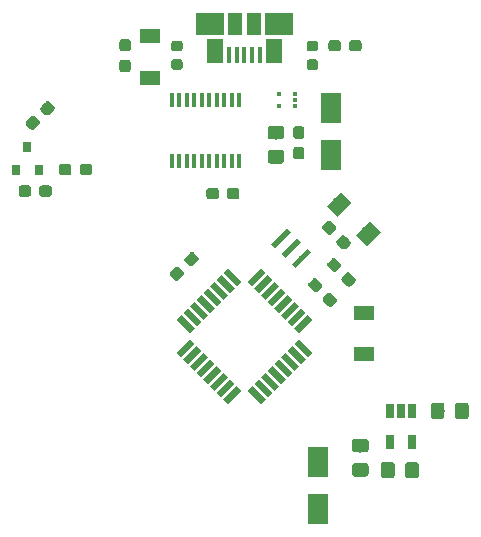
<source format=gbr>
G04 #@! TF.GenerationSoftware,KiCad,Pcbnew,(5.1.0)-1*
G04 #@! TF.CreationDate,2019-06-25T19:20:06-03:00*
G04 #@! TF.ProjectId,PCB_D,5043425f-442e-46b6-9963-61645f706362,rev?*
G04 #@! TF.SameCoordinates,Original*
G04 #@! TF.FileFunction,Paste,Top*
G04 #@! TF.FilePolarity,Positive*
%FSLAX46Y46*%
G04 Gerber Fmt 4.6, Leading zero omitted, Abs format (unit mm)*
G04 Created by KiCad (PCBNEW (5.1.0)-1) date 2019-06-25 19:20:06*
%MOMM*%
%LPD*%
G04 APERTURE LIST*
%ADD10R,0.650000X1.220000*%
%ADD11C,0.100000*%
%ADD12C,1.150000*%
%ADD13R,1.800000X2.500000*%
%ADD14R,1.175000X1.900000*%
%ADD15R,2.375000X1.900000*%
%ADD16R,1.475000X2.100000*%
%ADD17R,0.450000X1.380000*%
%ADD18R,1.700000X1.300000*%
%ADD19R,0.400000X1.200000*%
%ADD20C,1.300000*%
%ADD21R,0.450000X0.300000*%
%ADD22C,0.950000*%
%ADD23C,0.875000*%
%ADD24C,0.550000*%
%ADD25C,0.400000*%
%ADD26R,0.800000X0.900000*%
G04 APERTURE END LIST*
D10*
X14208800Y-13756000D03*
X12308800Y-13756000D03*
X12308800Y-11136000D03*
X13258800Y-11136000D03*
X14208800Y-11136000D03*
D11*
G36*
X12481705Y-15455604D02*
G01*
X12505973Y-15459204D01*
X12529772Y-15465165D01*
X12552871Y-15473430D01*
X12575050Y-15483920D01*
X12596093Y-15496532D01*
X12615799Y-15511147D01*
X12633977Y-15527623D01*
X12650453Y-15545801D01*
X12665068Y-15565507D01*
X12677680Y-15586550D01*
X12688170Y-15608729D01*
X12696435Y-15631828D01*
X12702396Y-15655627D01*
X12705996Y-15679895D01*
X12707200Y-15704399D01*
X12707200Y-16604401D01*
X12705996Y-16628905D01*
X12702396Y-16653173D01*
X12696435Y-16676972D01*
X12688170Y-16700071D01*
X12677680Y-16722250D01*
X12665068Y-16743293D01*
X12650453Y-16762999D01*
X12633977Y-16781177D01*
X12615799Y-16797653D01*
X12596093Y-16812268D01*
X12575050Y-16824880D01*
X12552871Y-16835370D01*
X12529772Y-16843635D01*
X12505973Y-16849596D01*
X12481705Y-16853196D01*
X12457201Y-16854400D01*
X11807199Y-16854400D01*
X11782695Y-16853196D01*
X11758427Y-16849596D01*
X11734628Y-16843635D01*
X11711529Y-16835370D01*
X11689350Y-16824880D01*
X11668307Y-16812268D01*
X11648601Y-16797653D01*
X11630423Y-16781177D01*
X11613947Y-16762999D01*
X11599332Y-16743293D01*
X11586720Y-16722250D01*
X11576230Y-16700071D01*
X11567965Y-16676972D01*
X11562004Y-16653173D01*
X11558404Y-16628905D01*
X11557200Y-16604401D01*
X11557200Y-15704399D01*
X11558404Y-15679895D01*
X11562004Y-15655627D01*
X11567965Y-15631828D01*
X11576230Y-15608729D01*
X11586720Y-15586550D01*
X11599332Y-15565507D01*
X11613947Y-15545801D01*
X11630423Y-15527623D01*
X11648601Y-15511147D01*
X11668307Y-15496532D01*
X11689350Y-15483920D01*
X11711529Y-15473430D01*
X11734628Y-15465165D01*
X11758427Y-15459204D01*
X11782695Y-15455604D01*
X11807199Y-15454400D01*
X12457201Y-15454400D01*
X12481705Y-15455604D01*
X12481705Y-15455604D01*
G37*
D12*
X12132200Y-16154400D03*
D11*
G36*
X14531705Y-15455604D02*
G01*
X14555973Y-15459204D01*
X14579772Y-15465165D01*
X14602871Y-15473430D01*
X14625050Y-15483920D01*
X14646093Y-15496532D01*
X14665799Y-15511147D01*
X14683977Y-15527623D01*
X14700453Y-15545801D01*
X14715068Y-15565507D01*
X14727680Y-15586550D01*
X14738170Y-15608729D01*
X14746435Y-15631828D01*
X14752396Y-15655627D01*
X14755996Y-15679895D01*
X14757200Y-15704399D01*
X14757200Y-16604401D01*
X14755996Y-16628905D01*
X14752396Y-16653173D01*
X14746435Y-16676972D01*
X14738170Y-16700071D01*
X14727680Y-16722250D01*
X14715068Y-16743293D01*
X14700453Y-16762999D01*
X14683977Y-16781177D01*
X14665799Y-16797653D01*
X14646093Y-16812268D01*
X14625050Y-16824880D01*
X14602871Y-16835370D01*
X14579772Y-16843635D01*
X14555973Y-16849596D01*
X14531705Y-16853196D01*
X14507201Y-16854400D01*
X13857199Y-16854400D01*
X13832695Y-16853196D01*
X13808427Y-16849596D01*
X13784628Y-16843635D01*
X13761529Y-16835370D01*
X13739350Y-16824880D01*
X13718307Y-16812268D01*
X13698601Y-16797653D01*
X13680423Y-16781177D01*
X13663947Y-16762999D01*
X13649332Y-16743293D01*
X13636720Y-16722250D01*
X13626230Y-16700071D01*
X13617965Y-16676972D01*
X13612004Y-16653173D01*
X13608404Y-16628905D01*
X13607200Y-16604401D01*
X13607200Y-15704399D01*
X13608404Y-15679895D01*
X13612004Y-15655627D01*
X13617965Y-15631828D01*
X13626230Y-15608729D01*
X13636720Y-15586550D01*
X13649332Y-15565507D01*
X13663947Y-15545801D01*
X13680423Y-15527623D01*
X13698601Y-15511147D01*
X13718307Y-15496532D01*
X13739350Y-15483920D01*
X13761529Y-15473430D01*
X13784628Y-15465165D01*
X13808427Y-15459204D01*
X13832695Y-15455604D01*
X13857199Y-15454400D01*
X14507201Y-15454400D01*
X14531705Y-15455604D01*
X14531705Y-15455604D01*
G37*
D12*
X14182200Y-16154400D03*
D13*
X6197600Y-19475200D03*
X6197600Y-15475200D03*
D11*
G36*
X10278905Y-15547804D02*
G01*
X10303173Y-15551404D01*
X10326972Y-15557365D01*
X10350071Y-15565630D01*
X10372250Y-15576120D01*
X10393293Y-15588732D01*
X10412999Y-15603347D01*
X10431177Y-15619823D01*
X10447653Y-15638001D01*
X10462268Y-15657707D01*
X10474880Y-15678750D01*
X10485370Y-15700929D01*
X10493635Y-15724028D01*
X10499596Y-15747827D01*
X10503196Y-15772095D01*
X10504400Y-15796599D01*
X10504400Y-16446601D01*
X10503196Y-16471105D01*
X10499596Y-16495373D01*
X10493635Y-16519172D01*
X10485370Y-16542271D01*
X10474880Y-16564450D01*
X10462268Y-16585493D01*
X10447653Y-16605199D01*
X10431177Y-16623377D01*
X10412999Y-16639853D01*
X10393293Y-16654468D01*
X10372250Y-16667080D01*
X10350071Y-16677570D01*
X10326972Y-16685835D01*
X10303173Y-16691796D01*
X10278905Y-16695396D01*
X10254401Y-16696600D01*
X9354399Y-16696600D01*
X9329895Y-16695396D01*
X9305627Y-16691796D01*
X9281828Y-16685835D01*
X9258729Y-16677570D01*
X9236550Y-16667080D01*
X9215507Y-16654468D01*
X9195801Y-16639853D01*
X9177623Y-16623377D01*
X9161147Y-16605199D01*
X9146532Y-16585493D01*
X9133920Y-16564450D01*
X9123430Y-16542271D01*
X9115165Y-16519172D01*
X9109204Y-16495373D01*
X9105604Y-16471105D01*
X9104400Y-16446601D01*
X9104400Y-15796599D01*
X9105604Y-15772095D01*
X9109204Y-15747827D01*
X9115165Y-15724028D01*
X9123430Y-15700929D01*
X9133920Y-15678750D01*
X9146532Y-15657707D01*
X9161147Y-15638001D01*
X9177623Y-15619823D01*
X9195801Y-15603347D01*
X9215507Y-15588732D01*
X9236550Y-15576120D01*
X9258729Y-15565630D01*
X9281828Y-15557365D01*
X9305627Y-15551404D01*
X9329895Y-15547804D01*
X9354399Y-15546600D01*
X10254401Y-15546600D01*
X10278905Y-15547804D01*
X10278905Y-15547804D01*
G37*
D12*
X9804400Y-16121600D03*
D11*
G36*
X10278905Y-13497804D02*
G01*
X10303173Y-13501404D01*
X10326972Y-13507365D01*
X10350071Y-13515630D01*
X10372250Y-13526120D01*
X10393293Y-13538732D01*
X10412999Y-13553347D01*
X10431177Y-13569823D01*
X10447653Y-13588001D01*
X10462268Y-13607707D01*
X10474880Y-13628750D01*
X10485370Y-13650929D01*
X10493635Y-13674028D01*
X10499596Y-13697827D01*
X10503196Y-13722095D01*
X10504400Y-13746599D01*
X10504400Y-14396601D01*
X10503196Y-14421105D01*
X10499596Y-14445373D01*
X10493635Y-14469172D01*
X10485370Y-14492271D01*
X10474880Y-14514450D01*
X10462268Y-14535493D01*
X10447653Y-14555199D01*
X10431177Y-14573377D01*
X10412999Y-14589853D01*
X10393293Y-14604468D01*
X10372250Y-14617080D01*
X10350071Y-14627570D01*
X10326972Y-14635835D01*
X10303173Y-14641796D01*
X10278905Y-14645396D01*
X10254401Y-14646600D01*
X9354399Y-14646600D01*
X9329895Y-14645396D01*
X9305627Y-14641796D01*
X9281828Y-14635835D01*
X9258729Y-14627570D01*
X9236550Y-14617080D01*
X9215507Y-14604468D01*
X9195801Y-14589853D01*
X9177623Y-14573377D01*
X9161147Y-14555199D01*
X9146532Y-14535493D01*
X9133920Y-14514450D01*
X9123430Y-14492271D01*
X9115165Y-14469172D01*
X9109204Y-14445373D01*
X9105604Y-14421105D01*
X9104400Y-14396601D01*
X9104400Y-13746599D01*
X9105604Y-13722095D01*
X9109204Y-13697827D01*
X9115165Y-13674028D01*
X9123430Y-13650929D01*
X9133920Y-13628750D01*
X9146532Y-13607707D01*
X9161147Y-13588001D01*
X9177623Y-13569823D01*
X9195801Y-13553347D01*
X9215507Y-13538732D01*
X9236550Y-13526120D01*
X9258729Y-13515630D01*
X9281828Y-13507365D01*
X9305627Y-13501404D01*
X9329895Y-13497804D01*
X9354399Y-13496600D01*
X10254401Y-13496600D01*
X10278905Y-13497804D01*
X10278905Y-13497804D01*
G37*
D12*
X9804400Y-14071600D03*
D11*
G36*
X16707105Y-10426404D02*
G01*
X16731373Y-10430004D01*
X16755172Y-10435965D01*
X16778271Y-10444230D01*
X16800450Y-10454720D01*
X16821493Y-10467332D01*
X16841199Y-10481947D01*
X16859377Y-10498423D01*
X16875853Y-10516601D01*
X16890468Y-10536307D01*
X16903080Y-10557350D01*
X16913570Y-10579529D01*
X16921835Y-10602628D01*
X16927796Y-10626427D01*
X16931396Y-10650695D01*
X16932600Y-10675199D01*
X16932600Y-11575201D01*
X16931396Y-11599705D01*
X16927796Y-11623973D01*
X16921835Y-11647772D01*
X16913570Y-11670871D01*
X16903080Y-11693050D01*
X16890468Y-11714093D01*
X16875853Y-11733799D01*
X16859377Y-11751977D01*
X16841199Y-11768453D01*
X16821493Y-11783068D01*
X16800450Y-11795680D01*
X16778271Y-11806170D01*
X16755172Y-11814435D01*
X16731373Y-11820396D01*
X16707105Y-11823996D01*
X16682601Y-11825200D01*
X16032599Y-11825200D01*
X16008095Y-11823996D01*
X15983827Y-11820396D01*
X15960028Y-11814435D01*
X15936929Y-11806170D01*
X15914750Y-11795680D01*
X15893707Y-11783068D01*
X15874001Y-11768453D01*
X15855823Y-11751977D01*
X15839347Y-11733799D01*
X15824732Y-11714093D01*
X15812120Y-11693050D01*
X15801630Y-11670871D01*
X15793365Y-11647772D01*
X15787404Y-11623973D01*
X15783804Y-11599705D01*
X15782600Y-11575201D01*
X15782600Y-10675199D01*
X15783804Y-10650695D01*
X15787404Y-10626427D01*
X15793365Y-10602628D01*
X15801630Y-10579529D01*
X15812120Y-10557350D01*
X15824732Y-10536307D01*
X15839347Y-10516601D01*
X15855823Y-10498423D01*
X15874001Y-10481947D01*
X15893707Y-10467332D01*
X15914750Y-10454720D01*
X15936929Y-10444230D01*
X15960028Y-10435965D01*
X15983827Y-10430004D01*
X16008095Y-10426404D01*
X16032599Y-10425200D01*
X16682601Y-10425200D01*
X16707105Y-10426404D01*
X16707105Y-10426404D01*
G37*
D12*
X16357600Y-11125200D03*
D11*
G36*
X18757105Y-10426404D02*
G01*
X18781373Y-10430004D01*
X18805172Y-10435965D01*
X18828271Y-10444230D01*
X18850450Y-10454720D01*
X18871493Y-10467332D01*
X18891199Y-10481947D01*
X18909377Y-10498423D01*
X18925853Y-10516601D01*
X18940468Y-10536307D01*
X18953080Y-10557350D01*
X18963570Y-10579529D01*
X18971835Y-10602628D01*
X18977796Y-10626427D01*
X18981396Y-10650695D01*
X18982600Y-10675199D01*
X18982600Y-11575201D01*
X18981396Y-11599705D01*
X18977796Y-11623973D01*
X18971835Y-11647772D01*
X18963570Y-11670871D01*
X18953080Y-11693050D01*
X18940468Y-11714093D01*
X18925853Y-11733799D01*
X18909377Y-11751977D01*
X18891199Y-11768453D01*
X18871493Y-11783068D01*
X18850450Y-11795680D01*
X18828271Y-11806170D01*
X18805172Y-11814435D01*
X18781373Y-11820396D01*
X18757105Y-11823996D01*
X18732601Y-11825200D01*
X18082599Y-11825200D01*
X18058095Y-11823996D01*
X18033827Y-11820396D01*
X18010028Y-11814435D01*
X17986929Y-11806170D01*
X17964750Y-11795680D01*
X17943707Y-11783068D01*
X17924001Y-11768453D01*
X17905823Y-11751977D01*
X17889347Y-11733799D01*
X17874732Y-11714093D01*
X17862120Y-11693050D01*
X17851630Y-11670871D01*
X17843365Y-11647772D01*
X17837404Y-11623973D01*
X17833804Y-11599705D01*
X17832600Y-11575201D01*
X17832600Y-10675199D01*
X17833804Y-10650695D01*
X17837404Y-10626427D01*
X17843365Y-10602628D01*
X17851630Y-10579529D01*
X17862120Y-10557350D01*
X17874732Y-10536307D01*
X17889347Y-10516601D01*
X17905823Y-10498423D01*
X17924001Y-10481947D01*
X17943707Y-10467332D01*
X17964750Y-10454720D01*
X17986929Y-10444230D01*
X18010028Y-10435965D01*
X18033827Y-10430004D01*
X18058095Y-10426404D01*
X18082599Y-10425200D01*
X18732601Y-10425200D01*
X18757105Y-10426404D01*
X18757105Y-10426404D01*
G37*
D12*
X18407600Y-11125200D03*
D14*
X-840000Y21647000D03*
X840000Y21647000D03*
D15*
X-2910000Y21647000D03*
X2910000Y21647000D03*
D16*
X-2462500Y19347000D03*
X2462500Y19347000D03*
D17*
X-1300000Y18987000D03*
X-650000Y18987000D03*
X0Y18987000D03*
X650000Y18987000D03*
X1300000Y18987000D03*
D18*
X-8026400Y20571400D03*
X-8026400Y17071400D03*
D19*
X-6157500Y15200000D03*
X-5522500Y15200000D03*
X-4887500Y15200000D03*
X-4252500Y15200000D03*
X-3617500Y15200000D03*
X-2982500Y15200000D03*
X-2347500Y15200000D03*
X-1712500Y15200000D03*
X-1077500Y15200000D03*
X-442500Y15200000D03*
X-442500Y10000000D03*
X-1077500Y10000000D03*
X-1712500Y10000000D03*
X-2347500Y10000000D03*
X-2982500Y10000000D03*
X-3617500Y10000000D03*
X-4252500Y10000000D03*
X-4887500Y10000000D03*
X-5522500Y10000000D03*
X-6157500Y10000000D03*
D18*
X10160000Y-6322000D03*
X10160000Y-2822000D03*
D20*
X8008163Y6368237D03*
D11*
G36*
X6947503Y6226816D02*
G01*
X8149584Y7428897D01*
X9068823Y6509658D01*
X7866742Y5307577D01*
X6947503Y6226816D01*
X6947503Y6226816D01*
G37*
D20*
X10483037Y3893363D03*
D11*
G36*
X9422377Y3751942D02*
G01*
X10624458Y4954023D01*
X11543697Y4034784D01*
X10341616Y2832703D01*
X9422377Y3751942D01*
X9422377Y3751942D01*
G37*
D13*
X7289800Y10515600D03*
X7289800Y14515600D03*
D21*
X2900000Y15700000D03*
X4300000Y15200000D03*
X2900000Y14700000D03*
X4300000Y15700000D03*
X4300000Y14700000D03*
D11*
G36*
X7141606Y4985505D02*
G01*
X7164661Y4982086D01*
X7187270Y4976422D01*
X7209214Y4968570D01*
X7230284Y4958605D01*
X7250275Y4946623D01*
X7268995Y4932739D01*
X7286265Y4917087D01*
X7692851Y4510501D01*
X7708503Y4493231D01*
X7722387Y4474511D01*
X7734369Y4454520D01*
X7744334Y4433450D01*
X7752186Y4411506D01*
X7757850Y4388897D01*
X7761269Y4365842D01*
X7762413Y4342563D01*
X7761269Y4319284D01*
X7757850Y4296229D01*
X7752186Y4273620D01*
X7744334Y4251676D01*
X7734369Y4230606D01*
X7722387Y4210615D01*
X7708503Y4191895D01*
X7692851Y4174625D01*
X7356975Y3838749D01*
X7339705Y3823097D01*
X7320985Y3809213D01*
X7300994Y3797231D01*
X7279924Y3787266D01*
X7257980Y3779414D01*
X7235371Y3773750D01*
X7212316Y3770331D01*
X7189037Y3769187D01*
X7165758Y3770331D01*
X7142703Y3773750D01*
X7120094Y3779414D01*
X7098150Y3787266D01*
X7077080Y3797231D01*
X7057089Y3809213D01*
X7038369Y3823097D01*
X7021099Y3838749D01*
X6614513Y4245335D01*
X6598861Y4262605D01*
X6584977Y4281325D01*
X6572995Y4301316D01*
X6563030Y4322386D01*
X6555178Y4344330D01*
X6549514Y4366939D01*
X6546095Y4389994D01*
X6544951Y4413273D01*
X6546095Y4436552D01*
X6549514Y4459607D01*
X6555178Y4482216D01*
X6563030Y4504160D01*
X6572995Y4525230D01*
X6584977Y4545221D01*
X6598861Y4563941D01*
X6614513Y4581211D01*
X6950389Y4917087D01*
X6967659Y4932739D01*
X6986379Y4946623D01*
X7006370Y4958605D01*
X7027440Y4968570D01*
X7049384Y4976422D01*
X7071993Y4982086D01*
X7095048Y4985505D01*
X7118327Y4986649D01*
X7141606Y4985505D01*
X7141606Y4985505D01*
G37*
D22*
X7153682Y4377918D03*
D11*
G36*
X8379042Y3748069D02*
G01*
X8402097Y3744650D01*
X8424706Y3738986D01*
X8446650Y3731134D01*
X8467720Y3721169D01*
X8487711Y3709187D01*
X8506431Y3695303D01*
X8523701Y3679651D01*
X8930287Y3273065D01*
X8945939Y3255795D01*
X8959823Y3237075D01*
X8971805Y3217084D01*
X8981770Y3196014D01*
X8989622Y3174070D01*
X8995286Y3151461D01*
X8998705Y3128406D01*
X8999849Y3105127D01*
X8998705Y3081848D01*
X8995286Y3058793D01*
X8989622Y3036184D01*
X8981770Y3014240D01*
X8971805Y2993170D01*
X8959823Y2973179D01*
X8945939Y2954459D01*
X8930287Y2937189D01*
X8594411Y2601313D01*
X8577141Y2585661D01*
X8558421Y2571777D01*
X8538430Y2559795D01*
X8517360Y2549830D01*
X8495416Y2541978D01*
X8472807Y2536314D01*
X8449752Y2532895D01*
X8426473Y2531751D01*
X8403194Y2532895D01*
X8380139Y2536314D01*
X8357530Y2541978D01*
X8335586Y2549830D01*
X8314516Y2559795D01*
X8294525Y2571777D01*
X8275805Y2585661D01*
X8258535Y2601313D01*
X7851949Y3007899D01*
X7836297Y3025169D01*
X7822413Y3043889D01*
X7810431Y3063880D01*
X7800466Y3084950D01*
X7792614Y3106894D01*
X7786950Y3129503D01*
X7783531Y3152558D01*
X7782387Y3175837D01*
X7783531Y3199116D01*
X7786950Y3222171D01*
X7792614Y3244780D01*
X7800466Y3266724D01*
X7810431Y3287794D01*
X7822413Y3307785D01*
X7836297Y3326505D01*
X7851949Y3343775D01*
X8187825Y3679651D01*
X8205095Y3695303D01*
X8223815Y3709187D01*
X8243806Y3721169D01*
X8264876Y3731134D01*
X8286820Y3738986D01*
X8309429Y3744650D01*
X8332484Y3748069D01*
X8355763Y3749213D01*
X8379042Y3748069D01*
X8379042Y3748069D01*
G37*
D22*
X8391118Y3140482D03*
D11*
G36*
X-4422648Y2326305D02*
G01*
X-4399593Y2322886D01*
X-4376984Y2317222D01*
X-4355040Y2309370D01*
X-4333970Y2299405D01*
X-4313979Y2287423D01*
X-4295259Y2273539D01*
X-4277989Y2257887D01*
X-3942113Y1922011D01*
X-3926461Y1904741D01*
X-3912577Y1886021D01*
X-3900595Y1866030D01*
X-3890630Y1844960D01*
X-3882778Y1823016D01*
X-3877114Y1800407D01*
X-3873695Y1777352D01*
X-3872551Y1754073D01*
X-3873695Y1730794D01*
X-3877114Y1707739D01*
X-3882778Y1685130D01*
X-3890630Y1663186D01*
X-3900595Y1642116D01*
X-3912577Y1622125D01*
X-3926461Y1603405D01*
X-3942113Y1586135D01*
X-4348699Y1179549D01*
X-4365969Y1163897D01*
X-4384689Y1150013D01*
X-4404680Y1138031D01*
X-4425750Y1128066D01*
X-4447694Y1120214D01*
X-4470303Y1114550D01*
X-4493358Y1111131D01*
X-4516637Y1109987D01*
X-4539916Y1111131D01*
X-4562971Y1114550D01*
X-4585580Y1120214D01*
X-4607524Y1128066D01*
X-4628594Y1138031D01*
X-4648585Y1150013D01*
X-4667305Y1163897D01*
X-4684575Y1179549D01*
X-5020451Y1515425D01*
X-5036103Y1532695D01*
X-5049987Y1551415D01*
X-5061969Y1571406D01*
X-5071934Y1592476D01*
X-5079786Y1614420D01*
X-5085450Y1637029D01*
X-5088869Y1660084D01*
X-5090013Y1683363D01*
X-5088869Y1706642D01*
X-5085450Y1729697D01*
X-5079786Y1752306D01*
X-5071934Y1774250D01*
X-5061969Y1795320D01*
X-5049987Y1815311D01*
X-5036103Y1834031D01*
X-5020451Y1851301D01*
X-4613865Y2257887D01*
X-4596595Y2273539D01*
X-4577875Y2287423D01*
X-4557884Y2299405D01*
X-4536814Y2309370D01*
X-4514870Y2317222D01*
X-4492261Y2322886D01*
X-4469206Y2326305D01*
X-4445927Y2327449D01*
X-4422648Y2326305D01*
X-4422648Y2326305D01*
G37*
D22*
X-4481282Y1718718D03*
D11*
G36*
X-5660084Y1088869D02*
G01*
X-5637029Y1085450D01*
X-5614420Y1079786D01*
X-5592476Y1071934D01*
X-5571406Y1061969D01*
X-5551415Y1049987D01*
X-5532695Y1036103D01*
X-5515425Y1020451D01*
X-5179549Y684575D01*
X-5163897Y667305D01*
X-5150013Y648585D01*
X-5138031Y628594D01*
X-5128066Y607524D01*
X-5120214Y585580D01*
X-5114550Y562971D01*
X-5111131Y539916D01*
X-5109987Y516637D01*
X-5111131Y493358D01*
X-5114550Y470303D01*
X-5120214Y447694D01*
X-5128066Y425750D01*
X-5138031Y404680D01*
X-5150013Y384689D01*
X-5163897Y365969D01*
X-5179549Y348699D01*
X-5586135Y-57887D01*
X-5603405Y-73539D01*
X-5622125Y-87423D01*
X-5642116Y-99405D01*
X-5663186Y-109370D01*
X-5685130Y-117222D01*
X-5707739Y-122886D01*
X-5730794Y-126305D01*
X-5754073Y-127449D01*
X-5777352Y-126305D01*
X-5800407Y-122886D01*
X-5823016Y-117222D01*
X-5844960Y-109370D01*
X-5866030Y-99405D01*
X-5886021Y-87423D01*
X-5904741Y-73539D01*
X-5922011Y-57887D01*
X-6257887Y277989D01*
X-6273539Y295259D01*
X-6287423Y313979D01*
X-6299405Y333970D01*
X-6309370Y355040D01*
X-6317222Y376984D01*
X-6322886Y399593D01*
X-6326305Y422648D01*
X-6327449Y445927D01*
X-6326305Y469206D01*
X-6322886Y492261D01*
X-6317222Y514870D01*
X-6309370Y536814D01*
X-6299405Y557884D01*
X-6287423Y577875D01*
X-6273539Y596595D01*
X-6257887Y613865D01*
X-5851301Y1020451D01*
X-5834031Y1036103D01*
X-5815311Y1049987D01*
X-5795320Y1061969D01*
X-5774250Y1071934D01*
X-5752306Y1079786D01*
X-5729697Y1085450D01*
X-5706642Y1088869D01*
X-5683363Y1090013D01*
X-5660084Y1088869D01*
X-5660084Y1088869D01*
G37*
D22*
X-5718718Y481282D03*
D11*
G36*
X-643022Y7738256D02*
G01*
X-619967Y7734837D01*
X-597358Y7729173D01*
X-575414Y7721321D01*
X-554344Y7711356D01*
X-534353Y7699374D01*
X-515633Y7685490D01*
X-498363Y7669838D01*
X-482711Y7652568D01*
X-468827Y7633848D01*
X-456845Y7613857D01*
X-446880Y7592787D01*
X-439028Y7570843D01*
X-433364Y7548234D01*
X-429945Y7525179D01*
X-428801Y7501900D01*
X-428801Y7026900D01*
X-429945Y7003621D01*
X-433364Y6980566D01*
X-439028Y6957957D01*
X-446880Y6936013D01*
X-456845Y6914943D01*
X-468827Y6894952D01*
X-482711Y6876232D01*
X-498363Y6858962D01*
X-515633Y6843310D01*
X-534353Y6829426D01*
X-554344Y6817444D01*
X-575414Y6807479D01*
X-597358Y6799627D01*
X-619967Y6793963D01*
X-643022Y6790544D01*
X-666301Y6789400D01*
X-1241301Y6789400D01*
X-1264580Y6790544D01*
X-1287635Y6793963D01*
X-1310244Y6799627D01*
X-1332188Y6807479D01*
X-1353258Y6817444D01*
X-1373249Y6829426D01*
X-1391969Y6843310D01*
X-1409239Y6858962D01*
X-1424891Y6876232D01*
X-1438775Y6894952D01*
X-1450757Y6914943D01*
X-1460722Y6936013D01*
X-1468574Y6957957D01*
X-1474238Y6980566D01*
X-1477657Y7003621D01*
X-1478801Y7026900D01*
X-1478801Y7501900D01*
X-1477657Y7525179D01*
X-1474238Y7548234D01*
X-1468574Y7570843D01*
X-1460722Y7592787D01*
X-1450757Y7613857D01*
X-1438775Y7633848D01*
X-1424891Y7652568D01*
X-1409239Y7669838D01*
X-1391969Y7685490D01*
X-1373249Y7699374D01*
X-1353258Y7711356D01*
X-1332188Y7721321D01*
X-1310244Y7729173D01*
X-1287635Y7734837D01*
X-1264580Y7738256D01*
X-1241301Y7739400D01*
X-666301Y7739400D01*
X-643022Y7738256D01*
X-643022Y7738256D01*
G37*
D22*
X-953801Y7264400D03*
D11*
G36*
X-2393020Y7738256D02*
G01*
X-2369965Y7734837D01*
X-2347356Y7729173D01*
X-2325412Y7721321D01*
X-2304342Y7711356D01*
X-2284351Y7699374D01*
X-2265631Y7685490D01*
X-2248361Y7669838D01*
X-2232709Y7652568D01*
X-2218825Y7633848D01*
X-2206843Y7613857D01*
X-2196878Y7592787D01*
X-2189026Y7570843D01*
X-2183362Y7548234D01*
X-2179943Y7525179D01*
X-2178799Y7501900D01*
X-2178799Y7026900D01*
X-2179943Y7003621D01*
X-2183362Y6980566D01*
X-2189026Y6957957D01*
X-2196878Y6936013D01*
X-2206843Y6914943D01*
X-2218825Y6894952D01*
X-2232709Y6876232D01*
X-2248361Y6858962D01*
X-2265631Y6843310D01*
X-2284351Y6829426D01*
X-2304342Y6817444D01*
X-2325412Y6807479D01*
X-2347356Y6799627D01*
X-2369965Y6793963D01*
X-2393020Y6790544D01*
X-2416299Y6789400D01*
X-2991299Y6789400D01*
X-3014578Y6790544D01*
X-3037633Y6793963D01*
X-3060242Y6799627D01*
X-3082186Y6807479D01*
X-3103256Y6817444D01*
X-3123247Y6829426D01*
X-3141967Y6843310D01*
X-3159237Y6858962D01*
X-3174889Y6876232D01*
X-3188773Y6894952D01*
X-3200755Y6914943D01*
X-3210720Y6936013D01*
X-3218572Y6957957D01*
X-3224236Y6980566D01*
X-3227655Y7003621D01*
X-3228799Y7026900D01*
X-3228799Y7501900D01*
X-3227655Y7525179D01*
X-3224236Y7548234D01*
X-3218572Y7570843D01*
X-3210720Y7592787D01*
X-3200755Y7613857D01*
X-3188773Y7633848D01*
X-3174889Y7652568D01*
X-3159237Y7669838D01*
X-3141967Y7685490D01*
X-3123247Y7699374D01*
X-3103256Y7711356D01*
X-3082186Y7721321D01*
X-3060242Y7729173D01*
X-3037633Y7734837D01*
X-3014578Y7738256D01*
X-2991299Y7739400D01*
X-2416299Y7739400D01*
X-2393020Y7738256D01*
X-2393020Y7738256D01*
G37*
D22*
X-2703799Y7264400D03*
D11*
G36*
X-9848421Y20347256D02*
G01*
X-9825366Y20343837D01*
X-9802757Y20338173D01*
X-9780813Y20330321D01*
X-9759743Y20320356D01*
X-9739752Y20308374D01*
X-9721032Y20294490D01*
X-9703762Y20278838D01*
X-9688110Y20261568D01*
X-9674226Y20242848D01*
X-9662244Y20222857D01*
X-9652279Y20201787D01*
X-9644427Y20179843D01*
X-9638763Y20157234D01*
X-9635344Y20134179D01*
X-9634200Y20110900D01*
X-9634200Y19535900D01*
X-9635344Y19512621D01*
X-9638763Y19489566D01*
X-9644427Y19466957D01*
X-9652279Y19445013D01*
X-9662244Y19423943D01*
X-9674226Y19403952D01*
X-9688110Y19385232D01*
X-9703762Y19367962D01*
X-9721032Y19352310D01*
X-9739752Y19338426D01*
X-9759743Y19326444D01*
X-9780813Y19316479D01*
X-9802757Y19308627D01*
X-9825366Y19302963D01*
X-9848421Y19299544D01*
X-9871700Y19298400D01*
X-10346700Y19298400D01*
X-10369979Y19299544D01*
X-10393034Y19302963D01*
X-10415643Y19308627D01*
X-10437587Y19316479D01*
X-10458657Y19326444D01*
X-10478648Y19338426D01*
X-10497368Y19352310D01*
X-10514638Y19367962D01*
X-10530290Y19385232D01*
X-10544174Y19403952D01*
X-10556156Y19423943D01*
X-10566121Y19445013D01*
X-10573973Y19466957D01*
X-10579637Y19489566D01*
X-10583056Y19512621D01*
X-10584200Y19535900D01*
X-10584200Y20110900D01*
X-10583056Y20134179D01*
X-10579637Y20157234D01*
X-10573973Y20179843D01*
X-10566121Y20201787D01*
X-10556156Y20222857D01*
X-10544174Y20242848D01*
X-10530290Y20261568D01*
X-10514638Y20278838D01*
X-10497368Y20294490D01*
X-10478648Y20308374D01*
X-10458657Y20320356D01*
X-10437587Y20330321D01*
X-10415643Y20338173D01*
X-10393034Y20343837D01*
X-10369979Y20347256D01*
X-10346700Y20348400D01*
X-9871700Y20348400D01*
X-9848421Y20347256D01*
X-9848421Y20347256D01*
G37*
D22*
X-10109200Y19823400D03*
D11*
G36*
X-9848421Y18597256D02*
G01*
X-9825366Y18593837D01*
X-9802757Y18588173D01*
X-9780813Y18580321D01*
X-9759743Y18570356D01*
X-9739752Y18558374D01*
X-9721032Y18544490D01*
X-9703762Y18528838D01*
X-9688110Y18511568D01*
X-9674226Y18492848D01*
X-9662244Y18472857D01*
X-9652279Y18451787D01*
X-9644427Y18429843D01*
X-9638763Y18407234D01*
X-9635344Y18384179D01*
X-9634200Y18360900D01*
X-9634200Y17785900D01*
X-9635344Y17762621D01*
X-9638763Y17739566D01*
X-9644427Y17716957D01*
X-9652279Y17695013D01*
X-9662244Y17673943D01*
X-9674226Y17653952D01*
X-9688110Y17635232D01*
X-9703762Y17617962D01*
X-9721032Y17602310D01*
X-9739752Y17588426D01*
X-9759743Y17576444D01*
X-9780813Y17566479D01*
X-9802757Y17558627D01*
X-9825366Y17552963D01*
X-9848421Y17549544D01*
X-9871700Y17548400D01*
X-10346700Y17548400D01*
X-10369979Y17549544D01*
X-10393034Y17552963D01*
X-10415643Y17558627D01*
X-10437587Y17566479D01*
X-10458657Y17576444D01*
X-10478648Y17588426D01*
X-10497368Y17602310D01*
X-10514638Y17617962D01*
X-10530290Y17635232D01*
X-10544174Y17653952D01*
X-10556156Y17673943D01*
X-10566121Y17695013D01*
X-10573973Y17716957D01*
X-10579637Y17739566D01*
X-10583056Y17762621D01*
X-10584200Y17785900D01*
X-10584200Y18360900D01*
X-10583056Y18384179D01*
X-10579637Y18407234D01*
X-10573973Y18429843D01*
X-10566121Y18451787D01*
X-10556156Y18472857D01*
X-10544174Y18492848D01*
X-10530290Y18511568D01*
X-10514638Y18528838D01*
X-10497368Y18544490D01*
X-10478648Y18558374D01*
X-10458657Y18570356D01*
X-10437587Y18580321D01*
X-10415643Y18588173D01*
X-10393034Y18593837D01*
X-10369979Y18597256D01*
X-10346700Y18598400D01*
X-9871700Y18598400D01*
X-9848421Y18597256D01*
X-9848421Y18597256D01*
G37*
D22*
X-10109200Y18073400D03*
D11*
G36*
X7944779Y20260456D02*
G01*
X7967834Y20257037D01*
X7990443Y20251373D01*
X8012387Y20243521D01*
X8033457Y20233556D01*
X8053448Y20221574D01*
X8072168Y20207690D01*
X8089438Y20192038D01*
X8105090Y20174768D01*
X8118974Y20156048D01*
X8130956Y20136057D01*
X8140921Y20114987D01*
X8148773Y20093043D01*
X8154437Y20070434D01*
X8157856Y20047379D01*
X8159000Y20024100D01*
X8159000Y19549100D01*
X8157856Y19525821D01*
X8154437Y19502766D01*
X8148773Y19480157D01*
X8140921Y19458213D01*
X8130956Y19437143D01*
X8118974Y19417152D01*
X8105090Y19398432D01*
X8089438Y19381162D01*
X8072168Y19365510D01*
X8053448Y19351626D01*
X8033457Y19339644D01*
X8012387Y19329679D01*
X7990443Y19321827D01*
X7967834Y19316163D01*
X7944779Y19312744D01*
X7921500Y19311600D01*
X7346500Y19311600D01*
X7323221Y19312744D01*
X7300166Y19316163D01*
X7277557Y19321827D01*
X7255613Y19329679D01*
X7234543Y19339644D01*
X7214552Y19351626D01*
X7195832Y19365510D01*
X7178562Y19381162D01*
X7162910Y19398432D01*
X7149026Y19417152D01*
X7137044Y19437143D01*
X7127079Y19458213D01*
X7119227Y19480157D01*
X7113563Y19502766D01*
X7110144Y19525821D01*
X7109000Y19549100D01*
X7109000Y20024100D01*
X7110144Y20047379D01*
X7113563Y20070434D01*
X7119227Y20093043D01*
X7127079Y20114987D01*
X7137044Y20136057D01*
X7149026Y20156048D01*
X7162910Y20174768D01*
X7178562Y20192038D01*
X7195832Y20207690D01*
X7214552Y20221574D01*
X7234543Y20233556D01*
X7255613Y20243521D01*
X7277557Y20251373D01*
X7300166Y20257037D01*
X7323221Y20260456D01*
X7346500Y20261600D01*
X7921500Y20261600D01*
X7944779Y20260456D01*
X7944779Y20260456D01*
G37*
D22*
X7634000Y19786600D03*
D11*
G36*
X9694779Y20260456D02*
G01*
X9717834Y20257037D01*
X9740443Y20251373D01*
X9762387Y20243521D01*
X9783457Y20233556D01*
X9803448Y20221574D01*
X9822168Y20207690D01*
X9839438Y20192038D01*
X9855090Y20174768D01*
X9868974Y20156048D01*
X9880956Y20136057D01*
X9890921Y20114987D01*
X9898773Y20093043D01*
X9904437Y20070434D01*
X9907856Y20047379D01*
X9909000Y20024100D01*
X9909000Y19549100D01*
X9907856Y19525821D01*
X9904437Y19502766D01*
X9898773Y19480157D01*
X9890921Y19458213D01*
X9880956Y19437143D01*
X9868974Y19417152D01*
X9855090Y19398432D01*
X9839438Y19381162D01*
X9822168Y19365510D01*
X9803448Y19351626D01*
X9783457Y19339644D01*
X9762387Y19329679D01*
X9740443Y19321827D01*
X9717834Y19316163D01*
X9694779Y19312744D01*
X9671500Y19311600D01*
X9096500Y19311600D01*
X9073221Y19312744D01*
X9050166Y19316163D01*
X9027557Y19321827D01*
X9005613Y19329679D01*
X8984543Y19339644D01*
X8964552Y19351626D01*
X8945832Y19365510D01*
X8928562Y19381162D01*
X8912910Y19398432D01*
X8899026Y19417152D01*
X8887044Y19437143D01*
X8877079Y19458213D01*
X8869227Y19480157D01*
X8863563Y19502766D01*
X8860144Y19525821D01*
X8859000Y19549100D01*
X8859000Y20024100D01*
X8860144Y20047379D01*
X8863563Y20070434D01*
X8869227Y20093043D01*
X8877079Y20114987D01*
X8887044Y20136057D01*
X8899026Y20156048D01*
X8912910Y20174768D01*
X8928562Y20192038D01*
X8945832Y20207690D01*
X8964552Y20221574D01*
X8984543Y20233556D01*
X9005613Y20243521D01*
X9027557Y20251373D01*
X9050166Y20257037D01*
X9073221Y20260456D01*
X9096500Y20261600D01*
X9671500Y20261600D01*
X9694779Y20260456D01*
X9694779Y20260456D01*
G37*
D22*
X9384000Y19786600D03*
D11*
G36*
X7569206Y1835905D02*
G01*
X7592261Y1832486D01*
X7614870Y1826822D01*
X7636814Y1818970D01*
X7657884Y1809005D01*
X7677875Y1797023D01*
X7696595Y1783139D01*
X7713865Y1767487D01*
X8120451Y1360901D01*
X8136103Y1343631D01*
X8149987Y1324911D01*
X8161969Y1304920D01*
X8171934Y1283850D01*
X8179786Y1261906D01*
X8185450Y1239297D01*
X8188869Y1216242D01*
X8190013Y1192963D01*
X8188869Y1169684D01*
X8185450Y1146629D01*
X8179786Y1124020D01*
X8171934Y1102076D01*
X8161969Y1081006D01*
X8149987Y1061015D01*
X8136103Y1042295D01*
X8120451Y1025025D01*
X7784575Y689149D01*
X7767305Y673497D01*
X7748585Y659613D01*
X7728594Y647631D01*
X7707524Y637666D01*
X7685580Y629814D01*
X7662971Y624150D01*
X7639916Y620731D01*
X7616637Y619587D01*
X7593358Y620731D01*
X7570303Y624150D01*
X7547694Y629814D01*
X7525750Y637666D01*
X7504680Y647631D01*
X7484689Y659613D01*
X7465969Y673497D01*
X7448699Y689149D01*
X7042113Y1095735D01*
X7026461Y1113005D01*
X7012577Y1131725D01*
X7000595Y1151716D01*
X6990630Y1172786D01*
X6982778Y1194730D01*
X6977114Y1217339D01*
X6973695Y1240394D01*
X6972551Y1263673D01*
X6973695Y1286952D01*
X6977114Y1310007D01*
X6982778Y1332616D01*
X6990630Y1354560D01*
X7000595Y1375630D01*
X7012577Y1395621D01*
X7026461Y1414341D01*
X7042113Y1431611D01*
X7377989Y1767487D01*
X7395259Y1783139D01*
X7413979Y1797023D01*
X7433970Y1809005D01*
X7455040Y1818970D01*
X7476984Y1826822D01*
X7499593Y1832486D01*
X7522648Y1835905D01*
X7545927Y1837049D01*
X7569206Y1835905D01*
X7569206Y1835905D01*
G37*
D22*
X7581282Y1228318D03*
D11*
G36*
X8806642Y598469D02*
G01*
X8829697Y595050D01*
X8852306Y589386D01*
X8874250Y581534D01*
X8895320Y571569D01*
X8915311Y559587D01*
X8934031Y545703D01*
X8951301Y530051D01*
X9357887Y123465D01*
X9373539Y106195D01*
X9387423Y87475D01*
X9399405Y67484D01*
X9409370Y46414D01*
X9417222Y24470D01*
X9422886Y1861D01*
X9426305Y-21194D01*
X9427449Y-44473D01*
X9426305Y-67752D01*
X9422886Y-90807D01*
X9417222Y-113416D01*
X9409370Y-135360D01*
X9399405Y-156430D01*
X9387423Y-176421D01*
X9373539Y-195141D01*
X9357887Y-212411D01*
X9022011Y-548287D01*
X9004741Y-563939D01*
X8986021Y-577823D01*
X8966030Y-589805D01*
X8944960Y-599770D01*
X8923016Y-607622D01*
X8900407Y-613286D01*
X8877352Y-616705D01*
X8854073Y-617849D01*
X8830794Y-616705D01*
X8807739Y-613286D01*
X8785130Y-607622D01*
X8763186Y-599770D01*
X8742116Y-589805D01*
X8722125Y-577823D01*
X8703405Y-563939D01*
X8686135Y-548287D01*
X8279549Y-141701D01*
X8263897Y-124431D01*
X8250013Y-105711D01*
X8238031Y-85720D01*
X8228066Y-64650D01*
X8220214Y-42706D01*
X8214550Y-20097D01*
X8211131Y2958D01*
X8209987Y26237D01*
X8211131Y49516D01*
X8214550Y72571D01*
X8220214Y95180D01*
X8228066Y117124D01*
X8238031Y138194D01*
X8250013Y158185D01*
X8263897Y176905D01*
X8279549Y194175D01*
X8615425Y530051D01*
X8632695Y545703D01*
X8651415Y559587D01*
X8671406Y571569D01*
X8692476Y581534D01*
X8714420Y589386D01*
X8737029Y595050D01*
X8760084Y598469D01*
X8783363Y599613D01*
X8806642Y598469D01*
X8806642Y598469D01*
G37*
D22*
X8818718Y-9118D03*
D11*
G36*
X7206642Y-1111131D02*
G01*
X7229697Y-1114550D01*
X7252306Y-1120214D01*
X7274250Y-1128066D01*
X7295320Y-1138031D01*
X7315311Y-1150013D01*
X7334031Y-1163897D01*
X7351301Y-1179549D01*
X7757887Y-1586135D01*
X7773539Y-1603405D01*
X7787423Y-1622125D01*
X7799405Y-1642116D01*
X7809370Y-1663186D01*
X7817222Y-1685130D01*
X7822886Y-1707739D01*
X7826305Y-1730794D01*
X7827449Y-1754073D01*
X7826305Y-1777352D01*
X7822886Y-1800407D01*
X7817222Y-1823016D01*
X7809370Y-1844960D01*
X7799405Y-1866030D01*
X7787423Y-1886021D01*
X7773539Y-1904741D01*
X7757887Y-1922011D01*
X7422011Y-2257887D01*
X7404741Y-2273539D01*
X7386021Y-2287423D01*
X7366030Y-2299405D01*
X7344960Y-2309370D01*
X7323016Y-2317222D01*
X7300407Y-2322886D01*
X7277352Y-2326305D01*
X7254073Y-2327449D01*
X7230794Y-2326305D01*
X7207739Y-2322886D01*
X7185130Y-2317222D01*
X7163186Y-2309370D01*
X7142116Y-2299405D01*
X7122125Y-2287423D01*
X7103405Y-2273539D01*
X7086135Y-2257887D01*
X6679549Y-1851301D01*
X6663897Y-1834031D01*
X6650013Y-1815311D01*
X6638031Y-1795320D01*
X6628066Y-1774250D01*
X6620214Y-1752306D01*
X6614550Y-1729697D01*
X6611131Y-1706642D01*
X6609987Y-1683363D01*
X6611131Y-1660084D01*
X6614550Y-1637029D01*
X6620214Y-1614420D01*
X6628066Y-1592476D01*
X6638031Y-1571406D01*
X6650013Y-1551415D01*
X6663897Y-1532695D01*
X6679549Y-1515425D01*
X7015425Y-1179549D01*
X7032695Y-1163897D01*
X7051415Y-1150013D01*
X7071406Y-1138031D01*
X7092476Y-1128066D01*
X7114420Y-1120214D01*
X7137029Y-1114550D01*
X7160084Y-1111131D01*
X7183363Y-1109987D01*
X7206642Y-1111131D01*
X7206642Y-1111131D01*
G37*
D22*
X7218718Y-1718718D03*
D11*
G36*
X5969206Y126305D02*
G01*
X5992261Y122886D01*
X6014870Y117222D01*
X6036814Y109370D01*
X6057884Y99405D01*
X6077875Y87423D01*
X6096595Y73539D01*
X6113865Y57887D01*
X6520451Y-348699D01*
X6536103Y-365969D01*
X6549987Y-384689D01*
X6561969Y-404680D01*
X6571934Y-425750D01*
X6579786Y-447694D01*
X6585450Y-470303D01*
X6588869Y-493358D01*
X6590013Y-516637D01*
X6588869Y-539916D01*
X6585450Y-562971D01*
X6579786Y-585580D01*
X6571934Y-607524D01*
X6561969Y-628594D01*
X6549987Y-648585D01*
X6536103Y-667305D01*
X6520451Y-684575D01*
X6184575Y-1020451D01*
X6167305Y-1036103D01*
X6148585Y-1049987D01*
X6128594Y-1061969D01*
X6107524Y-1071934D01*
X6085580Y-1079786D01*
X6062971Y-1085450D01*
X6039916Y-1088869D01*
X6016637Y-1090013D01*
X5993358Y-1088869D01*
X5970303Y-1085450D01*
X5947694Y-1079786D01*
X5925750Y-1071934D01*
X5904680Y-1061969D01*
X5884689Y-1049987D01*
X5865969Y-1036103D01*
X5848699Y-1020451D01*
X5442113Y-613865D01*
X5426461Y-596595D01*
X5412577Y-577875D01*
X5400595Y-557884D01*
X5390630Y-536814D01*
X5382778Y-514870D01*
X5377114Y-492261D01*
X5373695Y-469206D01*
X5372551Y-445927D01*
X5373695Y-422648D01*
X5377114Y-399593D01*
X5382778Y-376984D01*
X5390630Y-355040D01*
X5400595Y-333970D01*
X5412577Y-313979D01*
X5426461Y-295259D01*
X5442113Y-277989D01*
X5777989Y57887D01*
X5795259Y73539D01*
X5813979Y87423D01*
X5833970Y99405D01*
X5855040Y109370D01*
X5876984Y117222D01*
X5899593Y122886D01*
X5922648Y126305D01*
X5945927Y127449D01*
X5969206Y126305D01*
X5969206Y126305D01*
G37*
D22*
X5981282Y-481282D03*
D11*
G36*
X4860779Y11208856D02*
G01*
X4883834Y11205437D01*
X4906443Y11199773D01*
X4928387Y11191921D01*
X4949457Y11181956D01*
X4969448Y11169974D01*
X4988168Y11156090D01*
X5005438Y11140438D01*
X5021090Y11123168D01*
X5034974Y11104448D01*
X5046956Y11084457D01*
X5056921Y11063387D01*
X5064773Y11041443D01*
X5070437Y11018834D01*
X5073856Y10995779D01*
X5075000Y10972500D01*
X5075000Y10397500D01*
X5073856Y10374221D01*
X5070437Y10351166D01*
X5064773Y10328557D01*
X5056921Y10306613D01*
X5046956Y10285543D01*
X5034974Y10265552D01*
X5021090Y10246832D01*
X5005438Y10229562D01*
X4988168Y10213910D01*
X4969448Y10200026D01*
X4949457Y10188044D01*
X4928387Y10178079D01*
X4906443Y10170227D01*
X4883834Y10164563D01*
X4860779Y10161144D01*
X4837500Y10160000D01*
X4362500Y10160000D01*
X4339221Y10161144D01*
X4316166Y10164563D01*
X4293557Y10170227D01*
X4271613Y10178079D01*
X4250543Y10188044D01*
X4230552Y10200026D01*
X4211832Y10213910D01*
X4194562Y10229562D01*
X4178910Y10246832D01*
X4165026Y10265552D01*
X4153044Y10285543D01*
X4143079Y10306613D01*
X4135227Y10328557D01*
X4129563Y10351166D01*
X4126144Y10374221D01*
X4125000Y10397500D01*
X4125000Y10972500D01*
X4126144Y10995779D01*
X4129563Y11018834D01*
X4135227Y11041443D01*
X4143079Y11063387D01*
X4153044Y11084457D01*
X4165026Y11104448D01*
X4178910Y11123168D01*
X4194562Y11140438D01*
X4211832Y11156090D01*
X4230552Y11169974D01*
X4250543Y11181956D01*
X4271613Y11191921D01*
X4293557Y11199773D01*
X4316166Y11205437D01*
X4339221Y11208856D01*
X4362500Y11210000D01*
X4837500Y11210000D01*
X4860779Y11208856D01*
X4860779Y11208856D01*
G37*
D22*
X4600000Y10685000D03*
D11*
G36*
X4860779Y12958856D02*
G01*
X4883834Y12955437D01*
X4906443Y12949773D01*
X4928387Y12941921D01*
X4949457Y12931956D01*
X4969448Y12919974D01*
X4988168Y12906090D01*
X5005438Y12890438D01*
X5021090Y12873168D01*
X5034974Y12854448D01*
X5046956Y12834457D01*
X5056921Y12813387D01*
X5064773Y12791443D01*
X5070437Y12768834D01*
X5073856Y12745779D01*
X5075000Y12722500D01*
X5075000Y12147500D01*
X5073856Y12124221D01*
X5070437Y12101166D01*
X5064773Y12078557D01*
X5056921Y12056613D01*
X5046956Y12035543D01*
X5034974Y12015552D01*
X5021090Y11996832D01*
X5005438Y11979562D01*
X4988168Y11963910D01*
X4969448Y11950026D01*
X4949457Y11938044D01*
X4928387Y11928079D01*
X4906443Y11920227D01*
X4883834Y11914563D01*
X4860779Y11911144D01*
X4837500Y11910000D01*
X4362500Y11910000D01*
X4339221Y11911144D01*
X4316166Y11914563D01*
X4293557Y11920227D01*
X4271613Y11928079D01*
X4250543Y11938044D01*
X4230552Y11950026D01*
X4211832Y11963910D01*
X4194562Y11979562D01*
X4178910Y11996832D01*
X4165026Y12015552D01*
X4153044Y12035543D01*
X4143079Y12056613D01*
X4135227Y12078557D01*
X4129563Y12101166D01*
X4126144Y12124221D01*
X4125000Y12147500D01*
X4125000Y12722500D01*
X4126144Y12745779D01*
X4129563Y12768834D01*
X4135227Y12791443D01*
X4143079Y12813387D01*
X4153044Y12834457D01*
X4165026Y12854448D01*
X4178910Y12873168D01*
X4194562Y12890438D01*
X4211832Y12906090D01*
X4230552Y12919974D01*
X4250543Y12931956D01*
X4271613Y12941921D01*
X4293557Y12949773D01*
X4316166Y12955437D01*
X4339221Y12958856D01*
X4362500Y12960000D01*
X4837500Y12960000D01*
X4860779Y12958856D01*
X4860779Y12958856D01*
G37*
D22*
X4600000Y12435000D03*
D11*
G36*
X3124505Y10958796D02*
G01*
X3148773Y10955196D01*
X3172572Y10949235D01*
X3195671Y10940970D01*
X3217850Y10930480D01*
X3238893Y10917868D01*
X3258599Y10903253D01*
X3276777Y10886777D01*
X3293253Y10868599D01*
X3307868Y10848893D01*
X3320480Y10827850D01*
X3330970Y10805671D01*
X3339235Y10782572D01*
X3345196Y10758773D01*
X3348796Y10734505D01*
X3350000Y10710001D01*
X3350000Y10059999D01*
X3348796Y10035495D01*
X3345196Y10011227D01*
X3339235Y9987428D01*
X3330970Y9964329D01*
X3320480Y9942150D01*
X3307868Y9921107D01*
X3293253Y9901401D01*
X3276777Y9883223D01*
X3258599Y9866747D01*
X3238893Y9852132D01*
X3217850Y9839520D01*
X3195671Y9829030D01*
X3172572Y9820765D01*
X3148773Y9814804D01*
X3124505Y9811204D01*
X3100001Y9810000D01*
X2199999Y9810000D01*
X2175495Y9811204D01*
X2151227Y9814804D01*
X2127428Y9820765D01*
X2104329Y9829030D01*
X2082150Y9839520D01*
X2061107Y9852132D01*
X2041401Y9866747D01*
X2023223Y9883223D01*
X2006747Y9901401D01*
X1992132Y9921107D01*
X1979520Y9942150D01*
X1969030Y9964329D01*
X1960765Y9987428D01*
X1954804Y10011227D01*
X1951204Y10035495D01*
X1950000Y10059999D01*
X1950000Y10710001D01*
X1951204Y10734505D01*
X1954804Y10758773D01*
X1960765Y10782572D01*
X1969030Y10805671D01*
X1979520Y10827850D01*
X1992132Y10848893D01*
X2006747Y10868599D01*
X2023223Y10886777D01*
X2041401Y10903253D01*
X2061107Y10917868D01*
X2082150Y10930480D01*
X2104329Y10940970D01*
X2127428Y10949235D01*
X2151227Y10955196D01*
X2175495Y10958796D01*
X2199999Y10960000D01*
X3100001Y10960000D01*
X3124505Y10958796D01*
X3124505Y10958796D01*
G37*
D12*
X2650000Y10385000D03*
D11*
G36*
X3124505Y13008796D02*
G01*
X3148773Y13005196D01*
X3172572Y12999235D01*
X3195671Y12990970D01*
X3217850Y12980480D01*
X3238893Y12967868D01*
X3258599Y12953253D01*
X3276777Y12936777D01*
X3293253Y12918599D01*
X3307868Y12898893D01*
X3320480Y12877850D01*
X3330970Y12855671D01*
X3339235Y12832572D01*
X3345196Y12808773D01*
X3348796Y12784505D01*
X3350000Y12760001D01*
X3350000Y12109999D01*
X3348796Y12085495D01*
X3345196Y12061227D01*
X3339235Y12037428D01*
X3330970Y12014329D01*
X3320480Y11992150D01*
X3307868Y11971107D01*
X3293253Y11951401D01*
X3276777Y11933223D01*
X3258599Y11916747D01*
X3238893Y11902132D01*
X3217850Y11889520D01*
X3195671Y11879030D01*
X3172572Y11870765D01*
X3148773Y11864804D01*
X3124505Y11861204D01*
X3100001Y11860000D01*
X2199999Y11860000D01*
X2175495Y11861204D01*
X2151227Y11864804D01*
X2127428Y11870765D01*
X2104329Y11879030D01*
X2082150Y11889520D01*
X2061107Y11902132D01*
X2041401Y11916747D01*
X2023223Y11933223D01*
X2006747Y11951401D01*
X1992132Y11971107D01*
X1979520Y11992150D01*
X1969030Y12014329D01*
X1960765Y12037428D01*
X1954804Y12061227D01*
X1951204Y12085495D01*
X1950000Y12109999D01*
X1950000Y12760001D01*
X1951204Y12784505D01*
X1954804Y12808773D01*
X1960765Y12832572D01*
X1969030Y12855671D01*
X1979520Y12877850D01*
X1992132Y12898893D01*
X2006747Y12918599D01*
X2023223Y12936777D01*
X2041401Y12953253D01*
X2061107Y12967868D01*
X2082150Y12980480D01*
X2104329Y12990970D01*
X2127428Y12999235D01*
X2151227Y13005196D01*
X2175495Y13008796D01*
X2199999Y13010000D01*
X3100001Y13010000D01*
X3124505Y13008796D01*
X3124505Y13008796D01*
G37*
D12*
X2650000Y12435000D03*
D11*
G36*
X6018091Y20197747D02*
G01*
X6039326Y20194597D01*
X6060150Y20189381D01*
X6080362Y20182149D01*
X6099768Y20172970D01*
X6118181Y20161934D01*
X6135424Y20149146D01*
X6151330Y20134730D01*
X6165746Y20118824D01*
X6178534Y20101581D01*
X6189570Y20083168D01*
X6198749Y20063762D01*
X6205981Y20043550D01*
X6211197Y20022726D01*
X6214347Y20001491D01*
X6215400Y19980050D01*
X6215400Y19542550D01*
X6214347Y19521109D01*
X6211197Y19499874D01*
X6205981Y19479050D01*
X6198749Y19458838D01*
X6189570Y19439432D01*
X6178534Y19421019D01*
X6165746Y19403776D01*
X6151330Y19387870D01*
X6135424Y19373454D01*
X6118181Y19360666D01*
X6099768Y19349630D01*
X6080362Y19340451D01*
X6060150Y19333219D01*
X6039326Y19328003D01*
X6018091Y19324853D01*
X5996650Y19323800D01*
X5484150Y19323800D01*
X5462709Y19324853D01*
X5441474Y19328003D01*
X5420650Y19333219D01*
X5400438Y19340451D01*
X5381032Y19349630D01*
X5362619Y19360666D01*
X5345376Y19373454D01*
X5329470Y19387870D01*
X5315054Y19403776D01*
X5302266Y19421019D01*
X5291230Y19439432D01*
X5282051Y19458838D01*
X5274819Y19479050D01*
X5269603Y19499874D01*
X5266453Y19521109D01*
X5265400Y19542550D01*
X5265400Y19980050D01*
X5266453Y20001491D01*
X5269603Y20022726D01*
X5274819Y20043550D01*
X5282051Y20063762D01*
X5291230Y20083168D01*
X5302266Y20101581D01*
X5315054Y20118824D01*
X5329470Y20134730D01*
X5345376Y20149146D01*
X5362619Y20161934D01*
X5381032Y20172970D01*
X5400438Y20182149D01*
X5420650Y20189381D01*
X5441474Y20194597D01*
X5462709Y20197747D01*
X5484150Y20198800D01*
X5996650Y20198800D01*
X6018091Y20197747D01*
X6018091Y20197747D01*
G37*
D23*
X5740400Y19761300D03*
D11*
G36*
X6018091Y18622747D02*
G01*
X6039326Y18619597D01*
X6060150Y18614381D01*
X6080362Y18607149D01*
X6099768Y18597970D01*
X6118181Y18586934D01*
X6135424Y18574146D01*
X6151330Y18559730D01*
X6165746Y18543824D01*
X6178534Y18526581D01*
X6189570Y18508168D01*
X6198749Y18488762D01*
X6205981Y18468550D01*
X6211197Y18447726D01*
X6214347Y18426491D01*
X6215400Y18405050D01*
X6215400Y17967550D01*
X6214347Y17946109D01*
X6211197Y17924874D01*
X6205981Y17904050D01*
X6198749Y17883838D01*
X6189570Y17864432D01*
X6178534Y17846019D01*
X6165746Y17828776D01*
X6151330Y17812870D01*
X6135424Y17798454D01*
X6118181Y17785666D01*
X6099768Y17774630D01*
X6080362Y17765451D01*
X6060150Y17758219D01*
X6039326Y17753003D01*
X6018091Y17749853D01*
X5996650Y17748800D01*
X5484150Y17748800D01*
X5462709Y17749853D01*
X5441474Y17753003D01*
X5420650Y17758219D01*
X5400438Y17765451D01*
X5381032Y17774630D01*
X5362619Y17785666D01*
X5345376Y17798454D01*
X5329470Y17812870D01*
X5315054Y17828776D01*
X5302266Y17846019D01*
X5291230Y17864432D01*
X5282051Y17883838D01*
X5274819Y17904050D01*
X5269603Y17924874D01*
X5266453Y17946109D01*
X5265400Y17967550D01*
X5265400Y18405050D01*
X5266453Y18426491D01*
X5269603Y18447726D01*
X5274819Y18468550D01*
X5282051Y18488762D01*
X5291230Y18508168D01*
X5302266Y18526581D01*
X5315054Y18543824D01*
X5329470Y18559730D01*
X5345376Y18574146D01*
X5362619Y18586934D01*
X5381032Y18597970D01*
X5400438Y18607149D01*
X5420650Y18614381D01*
X5441474Y18619597D01*
X5462709Y18622747D01*
X5484150Y18623800D01*
X5996650Y18623800D01*
X6018091Y18622747D01*
X6018091Y18622747D01*
G37*
D23*
X5740400Y18186300D03*
D11*
G36*
X-5437309Y20197747D02*
G01*
X-5416074Y20194597D01*
X-5395250Y20189381D01*
X-5375038Y20182149D01*
X-5355632Y20172970D01*
X-5337219Y20161934D01*
X-5319976Y20149146D01*
X-5304070Y20134730D01*
X-5289654Y20118824D01*
X-5276866Y20101581D01*
X-5265830Y20083168D01*
X-5256651Y20063762D01*
X-5249419Y20043550D01*
X-5244203Y20022726D01*
X-5241053Y20001491D01*
X-5240000Y19980050D01*
X-5240000Y19542550D01*
X-5241053Y19521109D01*
X-5244203Y19499874D01*
X-5249419Y19479050D01*
X-5256651Y19458838D01*
X-5265830Y19439432D01*
X-5276866Y19421019D01*
X-5289654Y19403776D01*
X-5304070Y19387870D01*
X-5319976Y19373454D01*
X-5337219Y19360666D01*
X-5355632Y19349630D01*
X-5375038Y19340451D01*
X-5395250Y19333219D01*
X-5416074Y19328003D01*
X-5437309Y19324853D01*
X-5458750Y19323800D01*
X-5971250Y19323800D01*
X-5992691Y19324853D01*
X-6013926Y19328003D01*
X-6034750Y19333219D01*
X-6054962Y19340451D01*
X-6074368Y19349630D01*
X-6092781Y19360666D01*
X-6110024Y19373454D01*
X-6125930Y19387870D01*
X-6140346Y19403776D01*
X-6153134Y19421019D01*
X-6164170Y19439432D01*
X-6173349Y19458838D01*
X-6180581Y19479050D01*
X-6185797Y19499874D01*
X-6188947Y19521109D01*
X-6190000Y19542550D01*
X-6190000Y19980050D01*
X-6188947Y20001491D01*
X-6185797Y20022726D01*
X-6180581Y20043550D01*
X-6173349Y20063762D01*
X-6164170Y20083168D01*
X-6153134Y20101581D01*
X-6140346Y20118824D01*
X-6125930Y20134730D01*
X-6110024Y20149146D01*
X-6092781Y20161934D01*
X-6074368Y20172970D01*
X-6054962Y20182149D01*
X-6034750Y20189381D01*
X-6013926Y20194597D01*
X-5992691Y20197747D01*
X-5971250Y20198800D01*
X-5458750Y20198800D01*
X-5437309Y20197747D01*
X-5437309Y20197747D01*
G37*
D23*
X-5715000Y19761300D03*
D11*
G36*
X-5437309Y18622747D02*
G01*
X-5416074Y18619597D01*
X-5395250Y18614381D01*
X-5375038Y18607149D01*
X-5355632Y18597970D01*
X-5337219Y18586934D01*
X-5319976Y18574146D01*
X-5304070Y18559730D01*
X-5289654Y18543824D01*
X-5276866Y18526581D01*
X-5265830Y18508168D01*
X-5256651Y18488762D01*
X-5249419Y18468550D01*
X-5244203Y18447726D01*
X-5241053Y18426491D01*
X-5240000Y18405050D01*
X-5240000Y17967550D01*
X-5241053Y17946109D01*
X-5244203Y17924874D01*
X-5249419Y17904050D01*
X-5256651Y17883838D01*
X-5265830Y17864432D01*
X-5276866Y17846019D01*
X-5289654Y17828776D01*
X-5304070Y17812870D01*
X-5319976Y17798454D01*
X-5337219Y17785666D01*
X-5355632Y17774630D01*
X-5375038Y17765451D01*
X-5395250Y17758219D01*
X-5416074Y17753003D01*
X-5437309Y17749853D01*
X-5458750Y17748800D01*
X-5971250Y17748800D01*
X-5992691Y17749853D01*
X-6013926Y17753003D01*
X-6034750Y17758219D01*
X-6054962Y17765451D01*
X-6074368Y17774630D01*
X-6092781Y17785666D01*
X-6110024Y17798454D01*
X-6125930Y17812870D01*
X-6140346Y17828776D01*
X-6153134Y17846019D01*
X-6164170Y17864432D01*
X-6173349Y17883838D01*
X-6180581Y17904050D01*
X-6185797Y17924874D01*
X-6188947Y17946109D01*
X-6190000Y17967550D01*
X-6190000Y18405050D01*
X-6188947Y18426491D01*
X-6185797Y18447726D01*
X-6180581Y18468550D01*
X-6173349Y18488762D01*
X-6164170Y18508168D01*
X-6153134Y18526581D01*
X-6140346Y18543824D01*
X-6125930Y18559730D01*
X-6110024Y18574146D01*
X-6092781Y18586934D01*
X-6074368Y18597970D01*
X-6054962Y18607149D01*
X-6034750Y18614381D01*
X-6013926Y18619597D01*
X-5992691Y18622747D01*
X-5971250Y18623800D01*
X-5458750Y18623800D01*
X-5437309Y18622747D01*
X-5437309Y18622747D01*
G37*
D23*
X-5715000Y18186300D03*
D24*
X4985103Y-5825305D03*
D11*
G36*
X4224963Y-5454074D02*
G01*
X4613872Y-5065165D01*
X5745243Y-6196536D01*
X5356334Y-6585445D01*
X4224963Y-5454074D01*
X4224963Y-5454074D01*
G37*
D24*
X4419417Y-6390990D03*
D11*
G36*
X3659277Y-6019759D02*
G01*
X4048186Y-5630850D01*
X5179557Y-6762221D01*
X4790648Y-7151130D01*
X3659277Y-6019759D01*
X3659277Y-6019759D01*
G37*
D24*
X3853732Y-6956676D03*
D11*
G36*
X3093592Y-6585445D02*
G01*
X3482501Y-6196536D01*
X4613872Y-7327907D01*
X4224963Y-7716816D01*
X3093592Y-6585445D01*
X3093592Y-6585445D01*
G37*
D24*
X3288047Y-7522361D03*
D11*
G36*
X2527907Y-7151130D02*
G01*
X2916816Y-6762221D01*
X4048187Y-7893592D01*
X3659278Y-8282501D01*
X2527907Y-7151130D01*
X2527907Y-7151130D01*
G37*
D24*
X2722361Y-8088047D03*
D11*
G36*
X1962221Y-7716816D02*
G01*
X2351130Y-7327907D01*
X3482501Y-8459278D01*
X3093592Y-8848187D01*
X1962221Y-7716816D01*
X1962221Y-7716816D01*
G37*
D24*
X2156676Y-8653732D03*
D11*
G36*
X1396536Y-8282501D02*
G01*
X1785445Y-7893592D01*
X2916816Y-9024963D01*
X2527907Y-9413872D01*
X1396536Y-8282501D01*
X1396536Y-8282501D01*
G37*
D24*
X1590990Y-9219417D03*
D11*
G36*
X830850Y-8848186D02*
G01*
X1219759Y-8459277D01*
X2351130Y-9590648D01*
X1962221Y-9979557D01*
X830850Y-8848186D01*
X830850Y-8848186D01*
G37*
D24*
X1025305Y-9785103D03*
D11*
G36*
X265165Y-9413872D02*
G01*
X654074Y-9024963D01*
X1785445Y-10156334D01*
X1396536Y-10545243D01*
X265165Y-9413872D01*
X265165Y-9413872D01*
G37*
D24*
X-1025305Y-9785103D03*
D11*
G36*
X-654074Y-9024963D02*
G01*
X-265165Y-9413872D01*
X-1396536Y-10545243D01*
X-1785445Y-10156334D01*
X-654074Y-9024963D01*
X-654074Y-9024963D01*
G37*
D24*
X-1590990Y-9219417D03*
D11*
G36*
X-1219759Y-8459277D02*
G01*
X-830850Y-8848186D01*
X-1962221Y-9979557D01*
X-2351130Y-9590648D01*
X-1219759Y-8459277D01*
X-1219759Y-8459277D01*
G37*
D24*
X-2156676Y-8653732D03*
D11*
G36*
X-1785445Y-7893592D02*
G01*
X-1396536Y-8282501D01*
X-2527907Y-9413872D01*
X-2916816Y-9024963D01*
X-1785445Y-7893592D01*
X-1785445Y-7893592D01*
G37*
D24*
X-2722361Y-8088047D03*
D11*
G36*
X-2351130Y-7327907D02*
G01*
X-1962221Y-7716816D01*
X-3093592Y-8848187D01*
X-3482501Y-8459278D01*
X-2351130Y-7327907D01*
X-2351130Y-7327907D01*
G37*
D24*
X-3288047Y-7522361D03*
D11*
G36*
X-2916816Y-6762221D02*
G01*
X-2527907Y-7151130D01*
X-3659278Y-8282501D01*
X-4048187Y-7893592D01*
X-2916816Y-6762221D01*
X-2916816Y-6762221D01*
G37*
D24*
X-3853732Y-6956676D03*
D11*
G36*
X-3482501Y-6196536D02*
G01*
X-3093592Y-6585445D01*
X-4224963Y-7716816D01*
X-4613872Y-7327907D01*
X-3482501Y-6196536D01*
X-3482501Y-6196536D01*
G37*
D24*
X-4419417Y-6390990D03*
D11*
G36*
X-4048186Y-5630850D02*
G01*
X-3659277Y-6019759D01*
X-4790648Y-7151130D01*
X-5179557Y-6762221D01*
X-4048186Y-5630850D01*
X-4048186Y-5630850D01*
G37*
D24*
X-4985103Y-5825305D03*
D11*
G36*
X-4613872Y-5065165D02*
G01*
X-4224963Y-5454074D01*
X-5356334Y-6585445D01*
X-5745243Y-6196536D01*
X-4613872Y-5065165D01*
X-4613872Y-5065165D01*
G37*
D24*
X-4985103Y-3774695D03*
D11*
G36*
X-5745243Y-3403464D02*
G01*
X-5356334Y-3014555D01*
X-4224963Y-4145926D01*
X-4613872Y-4534835D01*
X-5745243Y-3403464D01*
X-5745243Y-3403464D01*
G37*
D24*
X-4419417Y-3209010D03*
D11*
G36*
X-5179557Y-2837779D02*
G01*
X-4790648Y-2448870D01*
X-3659277Y-3580241D01*
X-4048186Y-3969150D01*
X-5179557Y-2837779D01*
X-5179557Y-2837779D01*
G37*
D24*
X-3853732Y-2643324D03*
D11*
G36*
X-4613872Y-2272093D02*
G01*
X-4224963Y-1883184D01*
X-3093592Y-3014555D01*
X-3482501Y-3403464D01*
X-4613872Y-2272093D01*
X-4613872Y-2272093D01*
G37*
D24*
X-3288047Y-2077639D03*
D11*
G36*
X-4048187Y-1706408D02*
G01*
X-3659278Y-1317499D01*
X-2527907Y-2448870D01*
X-2916816Y-2837779D01*
X-4048187Y-1706408D01*
X-4048187Y-1706408D01*
G37*
D24*
X-2722361Y-1511953D03*
D11*
G36*
X-3482501Y-1140722D02*
G01*
X-3093592Y-751813D01*
X-1962221Y-1883184D01*
X-2351130Y-2272093D01*
X-3482501Y-1140722D01*
X-3482501Y-1140722D01*
G37*
D24*
X-2156676Y-946268D03*
D11*
G36*
X-2916816Y-575037D02*
G01*
X-2527907Y-186128D01*
X-1396536Y-1317499D01*
X-1785445Y-1706408D01*
X-2916816Y-575037D01*
X-2916816Y-575037D01*
G37*
D24*
X-1590990Y-380583D03*
D11*
G36*
X-2351130Y-9352D02*
G01*
X-1962221Y379557D01*
X-830850Y-751814D01*
X-1219759Y-1140723D01*
X-2351130Y-9352D01*
X-2351130Y-9352D01*
G37*
D24*
X-1025305Y185103D03*
D11*
G36*
X-1785445Y556334D02*
G01*
X-1396536Y945243D01*
X-265165Y-186128D01*
X-654074Y-575037D01*
X-1785445Y556334D01*
X-1785445Y556334D01*
G37*
D24*
X1025305Y185103D03*
D11*
G36*
X1396536Y945243D02*
G01*
X1785445Y556334D01*
X654074Y-575037D01*
X265165Y-186128D01*
X1396536Y945243D01*
X1396536Y945243D01*
G37*
D24*
X1590990Y-380583D03*
D11*
G36*
X1962221Y379557D02*
G01*
X2351130Y-9352D01*
X1219759Y-1140723D01*
X830850Y-751814D01*
X1962221Y379557D01*
X1962221Y379557D01*
G37*
D24*
X2156676Y-946268D03*
D11*
G36*
X2527907Y-186128D02*
G01*
X2916816Y-575037D01*
X1785445Y-1706408D01*
X1396536Y-1317499D01*
X2527907Y-186128D01*
X2527907Y-186128D01*
G37*
D24*
X2722361Y-1511953D03*
D11*
G36*
X3093592Y-751813D02*
G01*
X3482501Y-1140722D01*
X2351130Y-2272093D01*
X1962221Y-1883184D01*
X3093592Y-751813D01*
X3093592Y-751813D01*
G37*
D24*
X3288047Y-2077639D03*
D11*
G36*
X3659278Y-1317499D02*
G01*
X4048187Y-1706408D01*
X2916816Y-2837779D01*
X2527907Y-2448870D01*
X3659278Y-1317499D01*
X3659278Y-1317499D01*
G37*
D24*
X3853732Y-2643324D03*
D11*
G36*
X4224963Y-1883184D02*
G01*
X4613872Y-2272093D01*
X3482501Y-3403464D01*
X3093592Y-3014555D01*
X4224963Y-1883184D01*
X4224963Y-1883184D01*
G37*
D24*
X4419417Y-3209010D03*
D11*
G36*
X4790648Y-2448870D02*
G01*
X5179557Y-2837779D01*
X4048186Y-3969150D01*
X3659277Y-3580241D01*
X4790648Y-2448870D01*
X4790648Y-2448870D01*
G37*
D24*
X4985103Y-3774695D03*
D11*
G36*
X5356334Y-3014555D02*
G01*
X5745243Y-3403464D01*
X4613872Y-4534835D01*
X4224963Y-4145926D01*
X5356334Y-3014555D01*
X5356334Y-3014555D01*
G37*
D25*
X4797057Y1802943D03*
D11*
G36*
X3983884Y1272613D02*
G01*
X5327387Y2616116D01*
X5610230Y2333273D01*
X4266727Y989770D01*
X3983884Y1272613D01*
X3983884Y1272613D01*
G37*
D25*
X3948528Y2651471D03*
D11*
G36*
X3135355Y2121141D02*
G01*
X4478858Y3464644D01*
X4761701Y3181801D01*
X3418198Y1838298D01*
X3135355Y2121141D01*
X3135355Y2121141D01*
G37*
D25*
X3100000Y3500000D03*
D11*
G36*
X2286827Y2969670D02*
G01*
X3630330Y4313173D01*
X3913173Y4030330D01*
X2569670Y2686827D01*
X2286827Y2969670D01*
X2286827Y2969670D01*
G37*
G36*
X-17860084Y13868869D02*
G01*
X-17837029Y13865450D01*
X-17814420Y13859786D01*
X-17792476Y13851934D01*
X-17771406Y13841969D01*
X-17751415Y13829987D01*
X-17732695Y13816103D01*
X-17715425Y13800451D01*
X-17379549Y13464575D01*
X-17363897Y13447305D01*
X-17350013Y13428585D01*
X-17338031Y13408594D01*
X-17328066Y13387524D01*
X-17320214Y13365580D01*
X-17314550Y13342971D01*
X-17311131Y13319916D01*
X-17309987Y13296637D01*
X-17311131Y13273358D01*
X-17314550Y13250303D01*
X-17320214Y13227694D01*
X-17328066Y13205750D01*
X-17338031Y13184680D01*
X-17350013Y13164689D01*
X-17363897Y13145969D01*
X-17379549Y13128699D01*
X-17786135Y12722113D01*
X-17803405Y12706461D01*
X-17822125Y12692577D01*
X-17842116Y12680595D01*
X-17863186Y12670630D01*
X-17885130Y12662778D01*
X-17907739Y12657114D01*
X-17930794Y12653695D01*
X-17954073Y12652551D01*
X-17977352Y12653695D01*
X-18000407Y12657114D01*
X-18023016Y12662778D01*
X-18044960Y12670630D01*
X-18066030Y12680595D01*
X-18086021Y12692577D01*
X-18104741Y12706461D01*
X-18122011Y12722113D01*
X-18457887Y13057989D01*
X-18473539Y13075259D01*
X-18487423Y13093979D01*
X-18499405Y13113970D01*
X-18509370Y13135040D01*
X-18517222Y13156984D01*
X-18522886Y13179593D01*
X-18526305Y13202648D01*
X-18527449Y13225927D01*
X-18526305Y13249206D01*
X-18522886Y13272261D01*
X-18517222Y13294870D01*
X-18509370Y13316814D01*
X-18499405Y13337884D01*
X-18487423Y13357875D01*
X-18473539Y13376595D01*
X-18457887Y13393865D01*
X-18051301Y13800451D01*
X-18034031Y13816103D01*
X-18015311Y13829987D01*
X-17995320Y13841969D01*
X-17974250Y13851934D01*
X-17952306Y13859786D01*
X-17929697Y13865450D01*
X-17906642Y13868869D01*
X-17883363Y13870013D01*
X-17860084Y13868869D01*
X-17860084Y13868869D01*
G37*
D22*
X-17918718Y13261282D03*
D11*
G36*
X-16622648Y15106305D02*
G01*
X-16599593Y15102886D01*
X-16576984Y15097222D01*
X-16555040Y15089370D01*
X-16533970Y15079405D01*
X-16513979Y15067423D01*
X-16495259Y15053539D01*
X-16477989Y15037887D01*
X-16142113Y14702011D01*
X-16126461Y14684741D01*
X-16112577Y14666021D01*
X-16100595Y14646030D01*
X-16090630Y14624960D01*
X-16082778Y14603016D01*
X-16077114Y14580407D01*
X-16073695Y14557352D01*
X-16072551Y14534073D01*
X-16073695Y14510794D01*
X-16077114Y14487739D01*
X-16082778Y14465130D01*
X-16090630Y14443186D01*
X-16100595Y14422116D01*
X-16112577Y14402125D01*
X-16126461Y14383405D01*
X-16142113Y14366135D01*
X-16548699Y13959549D01*
X-16565969Y13943897D01*
X-16584689Y13930013D01*
X-16604680Y13918031D01*
X-16625750Y13908066D01*
X-16647694Y13900214D01*
X-16670303Y13894550D01*
X-16693358Y13891131D01*
X-16716637Y13889987D01*
X-16739916Y13891131D01*
X-16762971Y13894550D01*
X-16785580Y13900214D01*
X-16807524Y13908066D01*
X-16828594Y13918031D01*
X-16848585Y13930013D01*
X-16867305Y13943897D01*
X-16884575Y13959549D01*
X-17220451Y14295425D01*
X-17236103Y14312695D01*
X-17249987Y14331415D01*
X-17261969Y14351406D01*
X-17271934Y14372476D01*
X-17279786Y14394420D01*
X-17285450Y14417029D01*
X-17288869Y14440084D01*
X-17290013Y14463363D01*
X-17288869Y14486642D01*
X-17285450Y14509697D01*
X-17279786Y14532306D01*
X-17271934Y14554250D01*
X-17261969Y14575320D01*
X-17249987Y14595311D01*
X-17236103Y14614031D01*
X-17220451Y14631301D01*
X-16813865Y15037887D01*
X-16796595Y15053539D01*
X-16777875Y15067423D01*
X-16757884Y15079405D01*
X-16736814Y15089370D01*
X-16714870Y15097222D01*
X-16692261Y15102886D01*
X-16669206Y15106305D01*
X-16645927Y15107449D01*
X-16622648Y15106305D01*
X-16622648Y15106305D01*
G37*
D22*
X-16681282Y14498718D03*
D26*
X-19330000Y9240000D03*
X-17430000Y9240000D03*
X-18380000Y11240000D03*
D11*
G36*
X-14864221Y9773856D02*
G01*
X-14841166Y9770437D01*
X-14818557Y9764773D01*
X-14796613Y9756921D01*
X-14775543Y9746956D01*
X-14755552Y9734974D01*
X-14736832Y9721090D01*
X-14719562Y9705438D01*
X-14703910Y9688168D01*
X-14690026Y9669448D01*
X-14678044Y9649457D01*
X-14668079Y9628387D01*
X-14660227Y9606443D01*
X-14654563Y9583834D01*
X-14651144Y9560779D01*
X-14650000Y9537500D01*
X-14650000Y9062500D01*
X-14651144Y9039221D01*
X-14654563Y9016166D01*
X-14660227Y8993557D01*
X-14668079Y8971613D01*
X-14678044Y8950543D01*
X-14690026Y8930552D01*
X-14703910Y8911832D01*
X-14719562Y8894562D01*
X-14736832Y8878910D01*
X-14755552Y8865026D01*
X-14775543Y8853044D01*
X-14796613Y8843079D01*
X-14818557Y8835227D01*
X-14841166Y8829563D01*
X-14864221Y8826144D01*
X-14887500Y8825000D01*
X-15462500Y8825000D01*
X-15485779Y8826144D01*
X-15508834Y8829563D01*
X-15531443Y8835227D01*
X-15553387Y8843079D01*
X-15574457Y8853044D01*
X-15594448Y8865026D01*
X-15613168Y8878910D01*
X-15630438Y8894562D01*
X-15646090Y8911832D01*
X-15659974Y8930552D01*
X-15671956Y8950543D01*
X-15681921Y8971613D01*
X-15689773Y8993557D01*
X-15695437Y9016166D01*
X-15698856Y9039221D01*
X-15700000Y9062500D01*
X-15700000Y9537500D01*
X-15698856Y9560779D01*
X-15695437Y9583834D01*
X-15689773Y9606443D01*
X-15681921Y9628387D01*
X-15671956Y9649457D01*
X-15659974Y9669448D01*
X-15646090Y9688168D01*
X-15630438Y9705438D01*
X-15613168Y9721090D01*
X-15594448Y9734974D01*
X-15574457Y9746956D01*
X-15553387Y9756921D01*
X-15531443Y9764773D01*
X-15508834Y9770437D01*
X-15485779Y9773856D01*
X-15462500Y9775000D01*
X-14887500Y9775000D01*
X-14864221Y9773856D01*
X-14864221Y9773856D01*
G37*
D22*
X-15175000Y9300000D03*
D11*
G36*
X-13114221Y9773856D02*
G01*
X-13091166Y9770437D01*
X-13068557Y9764773D01*
X-13046613Y9756921D01*
X-13025543Y9746956D01*
X-13005552Y9734974D01*
X-12986832Y9721090D01*
X-12969562Y9705438D01*
X-12953910Y9688168D01*
X-12940026Y9669448D01*
X-12928044Y9649457D01*
X-12918079Y9628387D01*
X-12910227Y9606443D01*
X-12904563Y9583834D01*
X-12901144Y9560779D01*
X-12900000Y9537500D01*
X-12900000Y9062500D01*
X-12901144Y9039221D01*
X-12904563Y9016166D01*
X-12910227Y8993557D01*
X-12918079Y8971613D01*
X-12928044Y8950543D01*
X-12940026Y8930552D01*
X-12953910Y8911832D01*
X-12969562Y8894562D01*
X-12986832Y8878910D01*
X-13005552Y8865026D01*
X-13025543Y8853044D01*
X-13046613Y8843079D01*
X-13068557Y8835227D01*
X-13091166Y8829563D01*
X-13114221Y8826144D01*
X-13137500Y8825000D01*
X-13712500Y8825000D01*
X-13735779Y8826144D01*
X-13758834Y8829563D01*
X-13781443Y8835227D01*
X-13803387Y8843079D01*
X-13824457Y8853044D01*
X-13844448Y8865026D01*
X-13863168Y8878910D01*
X-13880438Y8894562D01*
X-13896090Y8911832D01*
X-13909974Y8930552D01*
X-13921956Y8950543D01*
X-13931921Y8971613D01*
X-13939773Y8993557D01*
X-13945437Y9016166D01*
X-13948856Y9039221D01*
X-13950000Y9062500D01*
X-13950000Y9537500D01*
X-13948856Y9560779D01*
X-13945437Y9583834D01*
X-13939773Y9606443D01*
X-13931921Y9628387D01*
X-13921956Y9649457D01*
X-13909974Y9669448D01*
X-13896090Y9688168D01*
X-13880438Y9705438D01*
X-13863168Y9721090D01*
X-13844448Y9734974D01*
X-13824457Y9746956D01*
X-13803387Y9756921D01*
X-13781443Y9764773D01*
X-13758834Y9770437D01*
X-13735779Y9773856D01*
X-13712500Y9775000D01*
X-13137500Y9775000D01*
X-13114221Y9773856D01*
X-13114221Y9773856D01*
G37*
D22*
X-13425000Y9300000D03*
D11*
G36*
X-18284221Y7953856D02*
G01*
X-18261166Y7950437D01*
X-18238557Y7944773D01*
X-18216613Y7936921D01*
X-18195543Y7926956D01*
X-18175552Y7914974D01*
X-18156832Y7901090D01*
X-18139562Y7885438D01*
X-18123910Y7868168D01*
X-18110026Y7849448D01*
X-18098044Y7829457D01*
X-18088079Y7808387D01*
X-18080227Y7786443D01*
X-18074563Y7763834D01*
X-18071144Y7740779D01*
X-18070000Y7717500D01*
X-18070000Y7242500D01*
X-18071144Y7219221D01*
X-18074563Y7196166D01*
X-18080227Y7173557D01*
X-18088079Y7151613D01*
X-18098044Y7130543D01*
X-18110026Y7110552D01*
X-18123910Y7091832D01*
X-18139562Y7074562D01*
X-18156832Y7058910D01*
X-18175552Y7045026D01*
X-18195543Y7033044D01*
X-18216613Y7023079D01*
X-18238557Y7015227D01*
X-18261166Y7009563D01*
X-18284221Y7006144D01*
X-18307500Y7005000D01*
X-18882500Y7005000D01*
X-18905779Y7006144D01*
X-18928834Y7009563D01*
X-18951443Y7015227D01*
X-18973387Y7023079D01*
X-18994457Y7033044D01*
X-19014448Y7045026D01*
X-19033168Y7058910D01*
X-19050438Y7074562D01*
X-19066090Y7091832D01*
X-19079974Y7110552D01*
X-19091956Y7130543D01*
X-19101921Y7151613D01*
X-19109773Y7173557D01*
X-19115437Y7196166D01*
X-19118856Y7219221D01*
X-19120000Y7242500D01*
X-19120000Y7717500D01*
X-19118856Y7740779D01*
X-19115437Y7763834D01*
X-19109773Y7786443D01*
X-19101921Y7808387D01*
X-19091956Y7829457D01*
X-19079974Y7849448D01*
X-19066090Y7868168D01*
X-19050438Y7885438D01*
X-19033168Y7901090D01*
X-19014448Y7914974D01*
X-18994457Y7926956D01*
X-18973387Y7936921D01*
X-18951443Y7944773D01*
X-18928834Y7950437D01*
X-18905779Y7953856D01*
X-18882500Y7955000D01*
X-18307500Y7955000D01*
X-18284221Y7953856D01*
X-18284221Y7953856D01*
G37*
D22*
X-18595000Y7480000D03*
D11*
G36*
X-16534221Y7953856D02*
G01*
X-16511166Y7950437D01*
X-16488557Y7944773D01*
X-16466613Y7936921D01*
X-16445543Y7926956D01*
X-16425552Y7914974D01*
X-16406832Y7901090D01*
X-16389562Y7885438D01*
X-16373910Y7868168D01*
X-16360026Y7849448D01*
X-16348044Y7829457D01*
X-16338079Y7808387D01*
X-16330227Y7786443D01*
X-16324563Y7763834D01*
X-16321144Y7740779D01*
X-16320000Y7717500D01*
X-16320000Y7242500D01*
X-16321144Y7219221D01*
X-16324563Y7196166D01*
X-16330227Y7173557D01*
X-16338079Y7151613D01*
X-16348044Y7130543D01*
X-16360026Y7110552D01*
X-16373910Y7091832D01*
X-16389562Y7074562D01*
X-16406832Y7058910D01*
X-16425552Y7045026D01*
X-16445543Y7033044D01*
X-16466613Y7023079D01*
X-16488557Y7015227D01*
X-16511166Y7009563D01*
X-16534221Y7006144D01*
X-16557500Y7005000D01*
X-17132500Y7005000D01*
X-17155779Y7006144D01*
X-17178834Y7009563D01*
X-17201443Y7015227D01*
X-17223387Y7023079D01*
X-17244457Y7033044D01*
X-17264448Y7045026D01*
X-17283168Y7058910D01*
X-17300438Y7074562D01*
X-17316090Y7091832D01*
X-17329974Y7110552D01*
X-17341956Y7130543D01*
X-17351921Y7151613D01*
X-17359773Y7173557D01*
X-17365437Y7196166D01*
X-17368856Y7219221D01*
X-17370000Y7242500D01*
X-17370000Y7717500D01*
X-17368856Y7740779D01*
X-17365437Y7763834D01*
X-17359773Y7786443D01*
X-17351921Y7808387D01*
X-17341956Y7829457D01*
X-17329974Y7849448D01*
X-17316090Y7868168D01*
X-17300438Y7885438D01*
X-17283168Y7901090D01*
X-17264448Y7914974D01*
X-17244457Y7926956D01*
X-17223387Y7936921D01*
X-17201443Y7944773D01*
X-17178834Y7950437D01*
X-17155779Y7953856D01*
X-17132500Y7955000D01*
X-16557500Y7955000D01*
X-16534221Y7953856D01*
X-16534221Y7953856D01*
G37*
D22*
X-16845000Y7480000D03*
M02*

</source>
